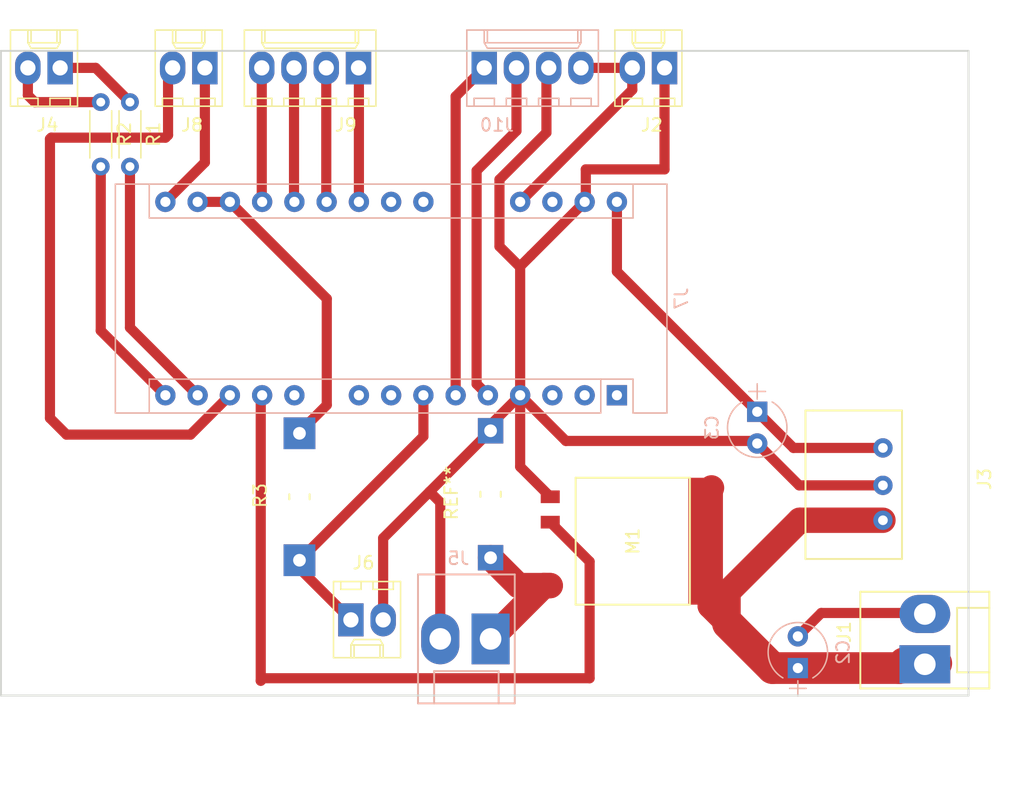
<source format=kicad_pcb>
(kicad_pcb (version 4) (host pcbnew 4.0.6)

  (general
    (links 35)
    (no_connects 9)
    (area 78.664999 86.284999 155.015001 137.235001)
    (thickness 1.6)
    (drawings 4)
    (tracks 106)
    (zones 0)
    (modules 17)
    (nets 18)
  )

  (page A4)
  (layers
    (0 F.Cu signal)
    (31 B.Cu signal)
    (32 B.Adhes user)
    (33 F.Adhes user)
    (34 B.Paste user)
    (35 F.Paste user)
    (36 B.SilkS user)
    (37 F.SilkS user)
    (38 B.Mask user)
    (39 F.Mask user)
    (40 Dwgs.User user)
    (41 Cmts.User user)
    (42 Eco1.User user)
    (43 Eco2.User user)
    (44 Edge.Cuts user)
    (45 Margin user)
    (46 B.CrtYd user)
    (47 F.CrtYd user)
    (48 B.Fab user)
    (49 F.Fab user)
  )

  (setup
    (last_trace_width 0.8)
    (trace_clearance 0)
    (zone_clearance 0.508)
    (zone_45_only no)
    (trace_min 0.2)
    (segment_width 0.2)
    (edge_width 0.15)
    (via_size 0.6)
    (via_drill 0.4)
    (via_min_size 0.4)
    (via_min_drill 0.3)
    (uvia_size 0.3)
    (uvia_drill 0.1)
    (uvias_allowed no)
    (uvia_min_size 0.2)
    (uvia_min_drill 0.1)
    (pcb_text_width 0.3)
    (pcb_text_size 1.5 1.5)
    (mod_edge_width 0.15)
    (mod_text_size 1 1)
    (mod_text_width 0.15)
    (pad_size 1.6 1.6)
    (pad_drill 0.8)
    (pad_to_mask_clearance 0.2)
    (aux_axis_origin 0 0)
    (visible_elements 7FFFFFFF)
    (pcbplotparams
      (layerselection 0x01000_00000001)
      (usegerberextensions false)
      (excludeedgelayer true)
      (linewidth 0.100000)
      (plotframeref false)
      (viasonmask false)
      (mode 1)
      (useauxorigin false)
      (hpglpennumber 1)
      (hpglpenspeed 20)
      (hpglpendiameter 15)
      (hpglpenoverlay 2)
      (psnegative false)
      (psa4output false)
      (plotreference false)
      (plotvalue false)
      (plotinvisibletext false)
      (padsonsilk false)
      (subtractmaskfromsilk false)
      (outputformat 1)
      (mirror false)
      (drillshape 0)
      (scaleselection 1)
      (outputdirectory ""))
  )

  (net 0 "")
  (net 1 GND)
  (net 2 "Net-(J7-PadA1)")
  (net 3 "Net-(J4-Pad1)")
  (net 4 "Net-(J4-Pad2)")
  (net 5 "Net-(J7-PadA3)")
  (net 6 +24V)
  (net 7 "Net-(J6-Pad1)")
  (net 8 "Net-(J7-PadA0)")
  (net 9 "Net-(J10-Pad1)")
  (net 10 "Net-(J7-PadA2)")
  (net 11 "Net-(J10-Pad2)")
  (net 12 "Net-(J7-PadD11)")
  (net 13 "Net-(J7-PadD12)")
  (net 14 "Net-(J7-Pad3.3V)")
  (net 15 +5V)
  (net 16 "Net-(J7-PadD4)")
  (net 17 "Net-(J7-PadA5)")

  (net_class Default "This is the default net class."
    (clearance 0)
    (trace_width 0.8)
    (via_dia 0.6)
    (via_drill 0.4)
    (uvia_dia 0.3)
    (uvia_drill 0.1)
    (add_net +24V)
    (add_net +5V)
    (add_net GND)
    (add_net "Net-(J10-Pad1)")
    (add_net "Net-(J10-Pad2)")
    (add_net "Net-(J4-Pad1)")
    (add_net "Net-(J4-Pad2)")
    (add_net "Net-(J6-Pad1)")
    (add_net "Net-(J7-Pad3.3V)")
    (add_net "Net-(J7-PadA0)")
    (add_net "Net-(J7-PadA1)")
    (add_net "Net-(J7-PadA2)")
    (add_net "Net-(J7-PadA3)")
    (add_net "Net-(J7-PadA5)")
    (add_net "Net-(J7-PadD11)")
    (add_net "Net-(J7-PadD12)")
    (add_net "Net-(J7-PadD4)")
  )

  (net_class +24V ""
    (clearance 0)
    (trace_width 1.5)
    (via_dia 0.6)
    (via_drill 0.4)
    (uvia_dia 0.3)
    (uvia_drill 0.1)
  )

  (module Resistors_Universal:Resistor_SMD+THTuniversal_0805to1206_RM10_HandSoldering (layer F.Cu) (tedit 5995A818) (tstamp 59931B19)
    (at 102.25 121.5 90)
    (descr "Resistor, SMD and THT, universal, 0805 to 1206,RM10,  Hand soldering,")
    (tags "Resistor, SMD and THT, universal, 0805 to 1206, RM10, Hand soldering,")
    (path /5991FC7B)
    (fp_text reference R3 (at 0.09906 -3.0988 90) (layer F.SilkS)
      (effects (font (size 1 1) (thickness 0.15)))
    )
    (fp_text value 50k (at -0.39878 4.20116 90) (layer F.Fab)
      (effects (font (size 1 1) (thickness 0.15)))
    )
    (fp_line (start 0 0.8001) (end 0.20066 0.8001) (layer F.SilkS) (width 0.15))
    (fp_line (start 0 0.8001) (end -0.20066 0.8001) (layer F.SilkS) (width 0.15))
    (fp_line (start -0.09906 -0.8001) (end -0.20066 -0.8001) (layer F.SilkS) (width 0.15))
    (fp_line (start -0.20066 -0.8001) (end 0.20066 -0.8001) (layer F.SilkS) (width 0.15))
    (pad 1 thru_hole rect (at -5.00126 0 270) (size 2.5 2.5) (drill 1.00076) (layers *.Cu *.Mask)
      (net 7 "Net-(J6-Pad1)"))
    (pad 2 thru_hole rect (at 5.00126 0 270) (size 2.5 2.5) (drill 1.00076) (layers *.Cu *.Mask)
      (net 14 "Net-(J7-Pad3.3V)"))
  )

  (module Resistors_Universal:Resistor_SMD+THTuniversal_0805to1206_RM10_HandSoldering (layer F.Cu) (tedit 5995A558) (tstamp 59CBF62A)
    (at 117.3 121.3 90)
    (descr "Resistor, SMD and THT, universal, 0805 to 1206,RM10,  Hand soldering,")
    (tags "Resistor, SMD and THT, universal, 0805 to 1206, RM10, Hand soldering,")
    (fp_text reference REF** (at 0.09906 -3.0988 90) (layer F.SilkS)
      (effects (font (size 1 1) (thickness 0.15)))
    )
    (fp_text value Resistor_SMD+THTuniversal_0805to1206_RM10_HandSoldering (at -0.39878 4.20116 90) (layer F.Fab)
      (effects (font (size 1 1) (thickness 0.15)))
    )
    (fp_line (start 0 0.8001) (end 0.20066 0.8001) (layer F.SilkS) (width 0.15))
    (fp_line (start 0 0.8001) (end -0.20066 0.8001) (layer F.SilkS) (width 0.15))
    (fp_line (start -0.09906 -0.8001) (end -0.20066 -0.8001) (layer F.SilkS) (width 0.15))
    (fp_line (start -0.20066 -0.8001) (end 0.20066 -0.8001) (layer F.SilkS) (width 0.15))
    (pad 1 thru_hole rect (at -5.00126 0 270) (size 1.99898 1.99898) (drill 1.00076) (layers *.Cu *.Mask)
      (net 6 +24V))
    (pad "" thru_hole rect (at 5.00126 0 270) (size 1.99898 1.99898) (drill 1.00076) (layers *.Cu *.Mask)
      (net 1 GND))
  )

  (module Modules:Arduino_Nano (layer B.Cu) (tedit 5995A81F) (tstamp 59931A9B)
    (at 127.25 113.5 90)
    (descr "Arduino Nano, http://www.mouser.com/pdfdocs/Gravitech_Arduino_Nano3_0.pdf")
    (tags "Arduino Nano")
    (path /5991E2A5)
    (fp_text reference J7 (at 7.62 5.08 90) (layer B.SilkS)
      (effects (font (size 1 1) (thickness 0.15)) (justify mirror))
    )
    (fp_text value "Arduino Micro" (at 8.89 -19.05 360) (layer B.Fab)
      (effects (font (size 1 1) (thickness 0.15)) (justify mirror))
    )
    (fp_text user %R (at 6.35 -19.05 360) (layer B.Fab)
      (effects (font (size 1 1) (thickness 0.15)) (justify mirror))
    )
    (fp_line (start 1.27 -1.27) (end 1.27 1.27) (layer B.SilkS) (width 0.12))
    (fp_line (start 1.27 1.27) (end -1.4 1.27) (layer B.SilkS) (width 0.12))
    (fp_line (start -1.4 -1.27) (end -1.4 -39.5) (layer B.SilkS) (width 0.12))
    (fp_line (start -1.4 3.94) (end -1.4 1.27) (layer B.SilkS) (width 0.12))
    (fp_line (start 13.97 1.27) (end 16.64 1.27) (layer B.SilkS) (width 0.12))
    (fp_line (start 13.97 1.27) (end 13.97 -36.83) (layer B.SilkS) (width 0.12))
    (fp_line (start 13.97 -36.83) (end 16.64 -36.83) (layer B.SilkS) (width 0.12))
    (fp_line (start 1.27 -1.27) (end -1.4 -1.27) (layer B.SilkS) (width 0.12))
    (fp_line (start 1.27 -1.27) (end 1.27 -36.83) (layer B.SilkS) (width 0.12))
    (fp_line (start 1.27 -36.83) (end -1.4 -36.83) (layer B.SilkS) (width 0.12))
    (fp_line (start 3.81 -31.75) (end 11.43 -31.75) (layer B.Fab) (width 0.1))
    (fp_line (start 11.43 -31.75) (end 11.43 -41.91) (layer B.Fab) (width 0.1))
    (fp_line (start 11.43 -41.91) (end 3.81 -41.91) (layer B.Fab) (width 0.1))
    (fp_line (start 3.81 -41.91) (end 3.81 -31.75) (layer B.Fab) (width 0.1))
    (fp_line (start -1.4 -39.5) (end 16.64 -39.5) (layer B.SilkS) (width 0.12))
    (fp_line (start 16.64 -39.5) (end 16.64 3.94) (layer B.SilkS) (width 0.12))
    (fp_line (start 16.64 3.94) (end -1.4 3.94) (layer B.SilkS) (width 0.12))
    (fp_line (start 16.51 -39.37) (end -1.27 -39.37) (layer B.Fab) (width 0.1))
    (fp_line (start -1.27 -39.37) (end -1.27 2.54) (layer B.Fab) (width 0.1))
    (fp_line (start -1.27 2.54) (end 0 3.81) (layer B.Fab) (width 0.1))
    (fp_line (start 0 3.81) (end 16.51 3.81) (layer B.Fab) (width 0.1))
    (fp_line (start 16.51 3.81) (end 16.51 -39.37) (layer B.Fab) (width 0.1))
    (fp_line (start -1.53 4.06) (end 16.75 4.06) (layer B.CrtYd) (width 0.05))
    (fp_line (start -1.53 4.06) (end -1.53 -42.16) (layer B.CrtYd) (width 0.05))
    (fp_line (start 16.75 -42.16) (end 16.75 4.06) (layer B.CrtYd) (width 0.05))
    (fp_line (start 16.75 -42.16) (end -1.53 -42.16) (layer B.CrtYd) (width 0.05))
    (pad TX thru_hole rect (at 0 0 90) (size 1.6 1.6) (drill 0.8) (layers *.Cu *.Mask))
    (pad 3.3V thru_hole oval (at 15.24 -33.02 90) (size 1.6 1.6) (drill 0.8) (layers *.Cu *.Mask)
      (net 14 "Net-(J7-Pad3.3V)"))
    (pad RX thru_hole oval (at 0 -2.54 90) (size 1.6 1.6) (drill 0.8) (layers *.Cu *.Mask))
    (pad AREF thru_hole oval (at 15.24 -30.48 90) (size 1.6 1.6) (drill 0.8) (layers *.Cu *.Mask)
      (net 14 "Net-(J7-Pad3.3V)"))
    (pad RS thru_hole oval (at 0 -5.08 90) (size 1.6 1.6) (drill 0.8) (layers *.Cu *.Mask))
    (pad A0 thru_hole oval (at 15.24 -27.94 90) (size 1.6 1.6) (drill 0.8) (layers *.Cu *.Mask)
      (net 8 "Net-(J7-PadA0)"))
    (pad GND thru_hole oval (at 0 -7.62 90) (size 1.6 1.6) (drill 0.8) (layers *.Cu *.Mask)
      (net 1 GND))
    (pad A1 thru_hole oval (at 15.24 -25.4 90) (size 1.6 1.6) (drill 0.8) (layers *.Cu *.Mask)
      (net 2 "Net-(J7-PadA1)"))
    (pad SDA thru_hole oval (at 0 -10.16 90) (size 1.6 1.6) (drill 0.8) (layers *.Cu *.Mask)
      (net 9 "Net-(J10-Pad1)"))
    (pad A2 thru_hole oval (at 15.24 -22.86 90) (size 1.6 1.6) (drill 0.8) (layers *.Cu *.Mask)
      (net 10 "Net-(J7-PadA2)"))
    (pad SCL thru_hole oval (at 0 -12.7 90) (size 1.6 1.6) (drill 0.8) (layers *.Cu *.Mask)
      (net 11 "Net-(J10-Pad2)"))
    (pad A3 thru_hole oval (at 15.24 -20.32 90) (size 1.6 1.6) (drill 0.8) (layers *.Cu *.Mask)
      (net 5 "Net-(J7-PadA3)"))
    (pad D4 thru_hole oval (at 0 -15.24 90) (size 1.6 1.6) (drill 0.8) (layers *.Cu *.Mask)
      (net 7 "Net-(J6-Pad1)"))
    (pad A4 thru_hole oval (at 15.24 -17.78 90) (size 1.6 1.6) (drill 0.8) (layers *.Cu *.Mask))
    (pad D5 thru_hole oval (at 0 -17.78 90) (size 1.6 1.6) (drill 0.8) (layers *.Cu *.Mask))
    (pad A5 thru_hole oval (at 15.24 -15.24 90) (size 1.6 1.6) (drill 0.8) (layers *.Cu *.Mask)
      (net 17 "Net-(J7-PadA5)"))
    (pad D6 thru_hole oval (at 0 -20.32 90) (size 1.6 1.6) (drill 0.8) (layers *.Cu *.Mask))
    (pad D8 thru_hole oval (at 0 -25.4 90) (size 1.6 1.6) (drill 0.8) (layers *.Cu *.Mask))
    (pad 5v thru_hole oval (at 15.24 -7.62 90) (size 1.6 1.6) (drill 0.8) (layers *.Cu *.Mask))
    (pad D9 thru_hole oval (at 0 -27.94 90) (size 1.6 1.6) (drill 0.8) (layers *.Cu *.Mask))
    (pad RS thru_hole oval (at 15.24 -5.08 90) (size 1.6 1.6) (drill 0.8) (layers *.Cu *.Mask))
    (pad D10 thru_hole oval (at 0 -30.48 90) (size 1.6 1.6) (drill 0.8) (layers *.Cu *.Mask))
    (pad GND thru_hole oval (at 15.24 -2.54 90) (size 1.6 1.6) (drill 0.8) (layers *.Cu *.Mask)
      (net 1 GND))
    (pad D11 thru_hole oval (at 0 -33.02 90) (size 1.6 1.6) (drill 0.8) (layers *.Cu *.Mask)
      (net 12 "Net-(J7-PadD11)"))
    (pad Vin thru_hole oval (at 15.24 0 90) (size 1.6 1.6) (drill 0.8) (layers *.Cu *.Mask)
      (net 15 +5V))
    (pad D12 thru_hole oval (at 0 -35.56 90) (size 1.6 1.6) (drill 0.8) (layers *.Cu *.Mask)
      (net 13 "Net-(J7-PadD12)"))
    (pad D13 thru_hole oval (at 15.24 -35.56 90) (size 1.6 1.6) (drill 0.8) (layers *.Cu *.Mask))
  )

  (module MyFootprints:VN750PT (layer F.Cu) (tedit 5995A4CC) (tstamp 59931AE3)
    (at 128 125 270)
    (path /5991F16C)
    (fp_text reference M1 (at 0 -0.5 270) (layer F.SilkS)
      (effects (font (size 1 1) (thickness 0.15)))
    )
    (fp_text value VN750PT (at 0 -2.54 270) (layer F.Fab)
      (effects (font (size 1 1) (thickness 0.15)))
    )
    (fp_line (start -5 4) (end 5 4) (layer F.SilkS) (width 0.15))
    (fp_line (start 5 4) (end 5 -5) (layer F.SilkS) (width 0.15))
    (fp_line (start 5 -5) (end -5 -5) (layer F.SilkS) (width 0.15))
    (fp_line (start -5 -5) (end -5 4) (layer F.SilkS) (width 0.15))
    (pad Vcc smd rect (at 0 -5.5 270) (size 10 1.25) (layers F.Cu F.Paste F.Mask)
      (net 6 +24V))
    (pad GND smd rect (at -3.5 6 270) (size 1 1.5) (layers F.Cu F.Paste F.Mask))
    (pad Inpu smd rect (at -1.5 6 270) (size 1 1.5) (layers F.Cu F.Paste F.Mask))
    (pad Vout smd rect (at 3.5 6 270) (size 1 1.5) (layers F.Cu F.Paste F.Mask)
      (net 6 +24V))
  )

  (module Connectors_Molex:Molex_KK-41791-02_02x3.96mm_Straight (layer F.Cu) (tedit 599339D7) (tstamp 59931A1D)
    (at 151.5 134.7 90)
    (descr "Connector Headers with Friction Lock, 26-60-4020, http://www.molex.com/pdm_docs/sd/026604020_sd.pdf")
    (tags "connector molex kk_41791 26-60-4020")
    (path /59920050)
    (fp_text reference J1 (at 2.54 -6.35 90) (layer F.SilkS)
      (effects (font (size 1 1) (thickness 0.15)))
    )
    (fp_text value Power (at 3.175 6.985 90) (layer F.Fab)
      (effects (font (size 1 1) (thickness 0.15)))
    )
    (fp_line (start -2.5 -5.75) (end 6.25 -5.75) (layer F.CrtYd) (width 0.05))
    (fp_line (start 6.25 -5.75) (end 6.25 5.75) (layer F.CrtYd) (width 0.05))
    (fp_line (start 6.25 5.75) (end -2.5 5.75) (layer F.CrtYd) (width 0.05))
    (fp_line (start -2.5 5.75) (end -2.5 -5.75) (layer F.CrtYd) (width 0.05))
    (fp_text user %R (at 1.905 0 90) (layer F.Fab)
      (effects (font (size 1 1) (thickness 0.15)))
    )
    (fp_line (start -2.032 -5.207) (end 5.842 -5.207) (layer F.Fab) (width 0.15))
    (fp_line (start 5.842 -5.207) (end 5.842 5.207) (layer F.Fab) (width 0.15))
    (fp_line (start 5.842 5.207) (end -2.032 5.207) (layer F.Fab) (width 0.15))
    (fp_line (start -2.032 5.207) (end -2.032 -5.207) (layer F.Fab) (width 0.15))
    (fp_line (start -0.635 5.08) (end -0.635 2.54) (layer F.SilkS) (width 0.15))
    (fp_line (start -0.635 2.54) (end 4.445 2.54) (layer F.SilkS) (width 0.15))
    (fp_line (start 4.445 2.54) (end 4.445 5.08) (layer F.SilkS) (width 0.15))
    (fp_line (start 5.715 5.08) (end -1.905 5.08) (layer F.SilkS) (width 0.15))
    (fp_line (start -1.905 5.08) (end -1.905 -5.08) (layer F.SilkS) (width 0.15))
    (fp_line (start -1.905 -5.08) (end 5.715 -5.08) (layer F.SilkS) (width 0.15))
    (fp_line (start 5.715 -5.08) (end 5.715 5.08) (layer F.SilkS) (width 0.15))
    (pad 1 thru_hole rect (at 0 0 90) (size 3 4) (drill 1.7) (layers *.Cu *.Mask)
      (net 6 +24V))
    (pad 2 thru_hole oval (at 3.9624 0 90) (size 3 4) (drill 1.7) (layers *.Cu *.Mask)
      (net 1 GND))
  )

  (module Connectors_Molex:Molex_KK-41791-02_02x3.96mm_Straight (layer B.Cu) (tedit 5995A4C3) (tstamp 59931A33)
    (at 117.3 132.7 180)
    (descr "Connector Headers with Friction Lock, 26-60-4020, http://www.molex.com/pdm_docs/sd/026604020_sd.pdf")
    (tags "connector molex kk_41791 26-60-4020")
    (path /59920556)
    (fp_text reference J5 (at 2.54 6.35 180) (layer B.SilkS)
      (effects (font (size 1 1) (thickness 0.15)) (justify mirror))
    )
    (fp_text value OtterPower (at 3.175 -6.985 180) (layer B.Fab)
      (effects (font (size 1 1) (thickness 0.15)) (justify mirror))
    )
    (fp_line (start -2.5 5.75) (end 6.25 5.75) (layer B.CrtYd) (width 0.05))
    (fp_line (start 6.25 5.75) (end 6.25 -5.75) (layer B.CrtYd) (width 0.05))
    (fp_line (start 6.25 -5.75) (end -2.5 -5.75) (layer B.CrtYd) (width 0.05))
    (fp_line (start -2.5 -5.75) (end -2.5 5.75) (layer B.CrtYd) (width 0.05))
    (fp_text user %R (at 1.905 0 180) (layer B.Fab)
      (effects (font (size 1 1) (thickness 0.15)) (justify mirror))
    )
    (fp_line (start -2.032 5.207) (end 5.842 5.207) (layer B.Fab) (width 0.15))
    (fp_line (start 5.842 5.207) (end 5.842 -5.207) (layer B.Fab) (width 0.15))
    (fp_line (start 5.842 -5.207) (end -2.032 -5.207) (layer B.Fab) (width 0.15))
    (fp_line (start -2.032 -5.207) (end -2.032 5.207) (layer B.Fab) (width 0.15))
    (fp_line (start -0.635 -5.08) (end -0.635 -2.54) (layer B.SilkS) (width 0.15))
    (fp_line (start -0.635 -2.54) (end 4.445 -2.54) (layer B.SilkS) (width 0.15))
    (fp_line (start 4.445 -2.54) (end 4.445 -5.08) (layer B.SilkS) (width 0.15))
    (fp_line (start 5.715 -5.08) (end -1.905 -5.08) (layer B.SilkS) (width 0.15))
    (fp_line (start -1.905 -5.08) (end -1.905 5.08) (layer B.SilkS) (width 0.15))
    (fp_line (start -1.905 5.08) (end 5.715 5.08) (layer B.SilkS) (width 0.15))
    (fp_line (start 5.715 5.08) (end 5.715 -5.08) (layer B.SilkS) (width 0.15))
    (pad 1 thru_hole rect (at 0 0 180) (size 3 4) (drill 1.7) (layers *.Cu *.Mask)
      (net 6 +24V))
    (pad 2 thru_hole oval (at 3.9624 0 180) (size 3 4) (drill 1.7) (layers *.Cu *.Mask)
      (net 1 GND))
  )

  (module Resistors_THT:R_Axial_DIN0204_L3.6mm_D1.6mm_P5.08mm_Horizontal (layer F.Cu) (tedit 5874F706) (tstamp 59931AF5)
    (at 88.9 90.4 270)
    (descr "Resistor, Axial_DIN0204 series, Axial, Horizontal, pin pitch=5.08mm, 0.16666666666666666W = 1/6W, length*diameter=3.6*1.6mm^2, http://cdn-reichelt.de/documents/datenblatt/B400/1_4W%23YAG.pdf")
    (tags "Resistor Axial_DIN0204 series Axial Horizontal pin pitch 5.08mm 0.16666666666666666W = 1/6W length 3.6mm diameter 1.6mm")
    (path /59923D52)
    (fp_text reference R1 (at 2.54 -1.86 270) (layer F.SilkS)
      (effects (font (size 1 1) (thickness 0.15)))
    )
    (fp_text value 330 (at 2.54 1.86 270) (layer F.Fab)
      (effects (font (size 1 1) (thickness 0.15)))
    )
    (fp_line (start 0.74 -0.8) (end 0.74 0.8) (layer F.Fab) (width 0.1))
    (fp_line (start 0.74 0.8) (end 4.34 0.8) (layer F.Fab) (width 0.1))
    (fp_line (start 4.34 0.8) (end 4.34 -0.8) (layer F.Fab) (width 0.1))
    (fp_line (start 4.34 -0.8) (end 0.74 -0.8) (layer F.Fab) (width 0.1))
    (fp_line (start 0 0) (end 0.74 0) (layer F.Fab) (width 0.1))
    (fp_line (start 5.08 0) (end 4.34 0) (layer F.Fab) (width 0.1))
    (fp_line (start 0.68 -0.86) (end 4.4 -0.86) (layer F.SilkS) (width 0.12))
    (fp_line (start 0.68 0.86) (end 4.4 0.86) (layer F.SilkS) (width 0.12))
    (fp_line (start -0.95 -1.15) (end -0.95 1.15) (layer F.CrtYd) (width 0.05))
    (fp_line (start -0.95 1.15) (end 6.05 1.15) (layer F.CrtYd) (width 0.05))
    (fp_line (start 6.05 1.15) (end 6.05 -1.15) (layer F.CrtYd) (width 0.05))
    (fp_line (start 6.05 -1.15) (end -0.95 -1.15) (layer F.CrtYd) (width 0.05))
    (pad 1 thru_hole circle (at 0 0 270) (size 1.4 1.4) (drill 0.7) (layers *.Cu *.Mask)
      (net 3 "Net-(J4-Pad1)"))
    (pad 2 thru_hole oval (at 5.08 0 270) (size 1.4 1.4) (drill 0.7) (layers *.Cu *.Mask)
      (net 12 "Net-(J7-PadD11)"))
    (model ${KISYS3DMOD}/Resistors_THT.3dshapes/R_Axial_DIN0204_L3.6mm_D1.6mm_P5.08mm_Horizontal.wrl
      (at (xyz 0 0 0))
      (scale (xyz 0.393701 0.393701 0.393701))
      (rotate (xyz 0 0 0))
    )
  )

  (module Resistors_THT:R_Axial_DIN0204_L3.6mm_D1.6mm_P5.08mm_Horizontal (layer F.Cu) (tedit 5874F706) (tstamp 59931B07)
    (at 86.6 90.4 270)
    (descr "Resistor, Axial_DIN0204 series, Axial, Horizontal, pin pitch=5.08mm, 0.16666666666666666W = 1/6W, length*diameter=3.6*1.6mm^2, http://cdn-reichelt.de/documents/datenblatt/B400/1_4W%23YAG.pdf")
    (tags "Resistor Axial_DIN0204 series Axial Horizontal pin pitch 5.08mm 0.16666666666666666W = 1/6W length 3.6mm diameter 1.6mm")
    (path /59923B77)
    (fp_text reference R2 (at 2.54 -1.86 270) (layer F.SilkS)
      (effects (font (size 1 1) (thickness 0.15)))
    )
    (fp_text value 330 (at 2.54 1.86 270) (layer F.Fab)
      (effects (font (size 1 1) (thickness 0.15)))
    )
    (fp_line (start 0.74 -0.8) (end 0.74 0.8) (layer F.Fab) (width 0.1))
    (fp_line (start 0.74 0.8) (end 4.34 0.8) (layer F.Fab) (width 0.1))
    (fp_line (start 4.34 0.8) (end 4.34 -0.8) (layer F.Fab) (width 0.1))
    (fp_line (start 4.34 -0.8) (end 0.74 -0.8) (layer F.Fab) (width 0.1))
    (fp_line (start 0 0) (end 0.74 0) (layer F.Fab) (width 0.1))
    (fp_line (start 5.08 0) (end 4.34 0) (layer F.Fab) (width 0.1))
    (fp_line (start 0.68 -0.86) (end 4.4 -0.86) (layer F.SilkS) (width 0.12))
    (fp_line (start 0.68 0.86) (end 4.4 0.86) (layer F.SilkS) (width 0.12))
    (fp_line (start -0.95 -1.15) (end -0.95 1.15) (layer F.CrtYd) (width 0.05))
    (fp_line (start -0.95 1.15) (end 6.05 1.15) (layer F.CrtYd) (width 0.05))
    (fp_line (start 6.05 1.15) (end 6.05 -1.15) (layer F.CrtYd) (width 0.05))
    (fp_line (start 6.05 -1.15) (end -0.95 -1.15) (layer F.CrtYd) (width 0.05))
    (pad 1 thru_hole circle (at 0 0 270) (size 1.4 1.4) (drill 0.7) (layers *.Cu *.Mask)
      (net 4 "Net-(J4-Pad2)"))
    (pad 2 thru_hole oval (at 5.08 0 270) (size 1.4 1.4) (drill 0.7) (layers *.Cu *.Mask)
      (net 13 "Net-(J7-PadD12)"))
    (model ${KISYS3DMOD}/Resistors_THT.3dshapes/R_Axial_DIN0204_L3.6mm_D1.6mm_P5.08mm_Horizontal.wrl
      (at (xyz 0 0 0))
      (scale (xyz 0.393701 0.393701 0.393701))
      (rotate (xyz 0 0 0))
    )
  )

  (module Capacitors_THT:CP_Radial_Tantal_D4.5mm_P2.50mm (layer B.Cu) (tedit 59959ED5) (tstamp 59931A07)
    (at 138.3 114.8 270)
    (descr "CP, Radial_Tantal series, Radial, pin pitch=2.50mm, , diameter=4.5mm, Tantal Electrolytic Capacitor, http://cdn-reichelt.de/documents/datenblatt/B300/TANTAL-TB-Serie%23.pdf")
    (tags "CP Radial_Tantal series Radial pin pitch 2.50mm  diameter 4.5mm Tantal Electrolytic Capacitor")
    (path /5993157A)
    (fp_text reference C3 (at 1.25 3.56 270) (layer B.SilkS)
      (effects (font (size 1 1) (thickness 0.15)) (justify mirror))
    )
    (fp_text value CP1 (at 1.25 -3.56 270) (layer B.Fab)
      (effects (font (size 1 1) (thickness 0.15)) (justify mirror))
    )
    (fp_arc (start 1.25 0) (end -0.770693 1.18) (angle -119.4) (layer B.SilkS) (width 0.12))
    (fp_arc (start 1.25 0) (end -0.770693 -1.18) (angle 119.4) (layer B.SilkS) (width 0.12))
    (fp_arc (start 1.25 0) (end 3.270693 1.18) (angle -60.6) (layer B.SilkS) (width 0.12))
    (fp_circle (center 1.25 0) (end 3.5 0) (layer B.Fab) (width 0.1))
    (fp_line (start -2.2 0) (end -1 0) (layer B.Fab) (width 0.1))
    (fp_line (start -1.6 0.65) (end -1.6 -0.65) (layer B.Fab) (width 0.1))
    (fp_line (start -2.2 0) (end -1 0) (layer B.SilkS) (width 0.12))
    (fp_line (start -1.6 0.65) (end -1.6 -0.65) (layer B.SilkS) (width 0.12))
    (fp_line (start -1.35 2.6) (end -1.35 -2.6) (layer B.CrtYd) (width 0.05))
    (fp_line (start -1.35 -2.6) (end 3.85 -2.6) (layer B.CrtYd) (width 0.05))
    (fp_line (start 3.85 -2.6) (end 3.85 2.6) (layer B.CrtYd) (width 0.05))
    (fp_line (start 3.85 2.6) (end -1.35 2.6) (layer B.CrtYd) (width 0.05))
    (fp_text user %R (at 1.25 0 270) (layer B.Fab)
      (effects (font (size 1 1) (thickness 0.15)) (justify mirror))
    )
    (pad + thru_hole rect (at 0 0 270) (size 1.6 1.6) (drill 0.8) (layers *.Cu *.Mask)
      (net 15 +5V))
    (pad 2 thru_hole circle (at 2.5 0 270) (size 1.6 1.6) (drill 0.8) (layers *.Cu *.Mask)
      (net 1 GND))
    (model ${KISYS3DMOD}/Capacitors_THT.3dshapes/CP_Radial_Tantal_D4.5mm_P2.50mm.wrl
      (at (xyz 0 0 0))
      (scale (xyz 1 1 1))
      (rotate (xyz 0 0 0))
    )
  )

  (module Capacitors_THT:CP_Radial_Tantal_D4.5mm_P2.50mm (layer B.Cu) (tedit 59933CDC) (tstamp 59931939)
    (at 141.5 135 90)
    (descr "CP, Radial_Tantal series, Radial, pin pitch=2.50mm, , diameter=4.5mm, Tantal Electrolytic Capacitor, http://cdn-reichelt.de/documents/datenblatt/B300/TANTAL-TB-Serie%23.pdf")
    (tags "CP Radial_Tantal series Radial pin pitch 2.50mm  diameter 4.5mm Tantal Electrolytic Capacitor")
    (path /5993144A)
    (fp_text reference C2 (at 1.25 3.56 90) (layer B.SilkS)
      (effects (font (size 1 1) (thickness 0.15)) (justify mirror))
    )
    (fp_text value CP1 (at 1.25 -3.56 90) (layer B.Fab)
      (effects (font (size 1 1) (thickness 0.15)) (justify mirror))
    )
    (fp_arc (start 1.25 0) (end -0.770693 1.18) (angle -119.4) (layer B.SilkS) (width 0.12))
    (fp_arc (start 1.25 0) (end -0.770693 -1.18) (angle 119.4) (layer B.SilkS) (width 0.12))
    (fp_arc (start 1.25 0) (end 3.270693 1.18) (angle -60.6) (layer B.SilkS) (width 0.12))
    (fp_circle (center 1.25 0) (end 3.5 0) (layer B.Fab) (width 0.1))
    (fp_line (start -2.2 0) (end -1 0) (layer B.Fab) (width 0.1))
    (fp_line (start -1.6 0.65) (end -1.6 -0.65) (layer B.Fab) (width 0.1))
    (fp_line (start -2.2 0) (end -1 0) (layer B.SilkS) (width 0.12))
    (fp_line (start -1.6 0.65) (end -1.6 -0.65) (layer B.SilkS) (width 0.12))
    (fp_line (start -1.35 2.6) (end -1.35 -2.6) (layer B.CrtYd) (width 0.05))
    (fp_line (start -1.35 -2.6) (end 3.85 -2.6) (layer B.CrtYd) (width 0.05))
    (fp_line (start 3.85 -2.6) (end 3.85 2.6) (layer B.CrtYd) (width 0.05))
    (fp_line (start 3.85 2.6) (end -1.35 2.6) (layer B.CrtYd) (width 0.05))
    (fp_text user %R (at 0.67 -0.65 90) (layer B.Fab)
      (effects (font (size 1 1) (thickness 0.15)) (justify mirror))
    )
    (pad 1 thru_hole rect (at 0 0 90) (size 1.6 1.6) (drill 0.8) (layers *.Cu *.Mask)
      (net 6 +24V))
    (pad 2 thru_hole circle (at 2.5 0 90) (size 1.6 1.6) (drill 0.8) (layers *.Cu *.Mask)
      (net 1 GND))
    (model ${KISYS3DMOD}/Capacitors_THT.3dshapes/CP_Radial_Tantal_D4.5mm_P2.50mm.wrl
      (at (xyz 0 0 0))
      (scale (xyz 1 1 1))
      (rotate (xyz 0 0 0))
    )
  )

  (module Connectors_Molex:Molex_KK-6410-02_02x2.54mm_Straight (layer F.Cu) (tedit 58EE6EE4) (tstamp 599346AB)
    (at 131 87.7 180)
    (descr "Connector Headers with Friction Lock, 22-27-2021, http://www.molex.com/pdm_docs/sd/022272021_sd.pdf")
    (tags "connector molex kk_6410 22-27-2021")
    (path /59936CE5)
    (fp_text reference J2 (at 1 -4.5 180) (layer F.SilkS)
      (effects (font (size 1 1) (thickness 0.15)))
    )
    (fp_text value "GND 5V Connector" (at 1.27 4.5 180) (layer F.Fab)
      (effects (font (size 1 1) (thickness 0.15)))
    )
    (fp_line (start -1.47 -3.12) (end -1.47 3.08) (layer F.Fab) (width 0.12))
    (fp_line (start -1.47 3.08) (end 4.01 3.08) (layer F.Fab) (width 0.12))
    (fp_line (start 4.01 3.08) (end 4.01 -3.12) (layer F.Fab) (width 0.12))
    (fp_line (start 4.01 -3.12) (end -1.47 -3.12) (layer F.Fab) (width 0.12))
    (fp_line (start -1.37 -3.02) (end -1.37 2.98) (layer F.SilkS) (width 0.12))
    (fp_line (start -1.37 2.98) (end 3.91 2.98) (layer F.SilkS) (width 0.12))
    (fp_line (start 3.91 2.98) (end 3.91 -3.02) (layer F.SilkS) (width 0.12))
    (fp_line (start 3.91 -3.02) (end -1.37 -3.02) (layer F.SilkS) (width 0.12))
    (fp_line (start 0 2.98) (end 0 1.98) (layer F.SilkS) (width 0.12))
    (fp_line (start 0 1.98) (end 2.54 1.98) (layer F.SilkS) (width 0.12))
    (fp_line (start 2.54 1.98) (end 2.54 2.98) (layer F.SilkS) (width 0.12))
    (fp_line (start 0 1.98) (end 0.25 1.55) (layer F.SilkS) (width 0.12))
    (fp_line (start 0.25 1.55) (end 2.29 1.55) (layer F.SilkS) (width 0.12))
    (fp_line (start 2.29 1.55) (end 2.54 1.98) (layer F.SilkS) (width 0.12))
    (fp_line (start 0.25 2.98) (end 0.25 1.98) (layer F.SilkS) (width 0.12))
    (fp_line (start 2.29 2.98) (end 2.29 1.98) (layer F.SilkS) (width 0.12))
    (fp_line (start -0.8 -3.02) (end -0.8 -2.4) (layer F.SilkS) (width 0.12))
    (fp_line (start -0.8 -2.4) (end 0.8 -2.4) (layer F.SilkS) (width 0.12))
    (fp_line (start 0.8 -2.4) (end 0.8 -3.02) (layer F.SilkS) (width 0.12))
    (fp_line (start 1.74 -3.02) (end 1.74 -2.4) (layer F.SilkS) (width 0.12))
    (fp_line (start 1.74 -2.4) (end 3.34 -2.4) (layer F.SilkS) (width 0.12))
    (fp_line (start 3.34 -2.4) (end 3.34 -3.02) (layer F.SilkS) (width 0.12))
    (fp_line (start -1.9 3.5) (end -1.9 -3.55) (layer F.CrtYd) (width 0.05))
    (fp_line (start -1.9 -3.55) (end 4.45 -3.55) (layer F.CrtYd) (width 0.05))
    (fp_line (start 4.45 -3.55) (end 4.45 3.5) (layer F.CrtYd) (width 0.05))
    (fp_line (start 4.45 3.5) (end -1.9 3.5) (layer F.CrtYd) (width 0.05))
    (fp_text user %R (at 1.27 0 180) (layer F.Fab)
      (effects (font (size 1 1) (thickness 0.15)))
    )
    (pad 1 thru_hole rect (at 0 0 180) (size 2 2.6) (drill 1.2) (layers *.Cu *.Mask)
      (net 1 GND))
    (pad 2 thru_hole oval (at 2.54 0 180) (size 2 2.6) (drill 1.2) (layers *.Cu *.Mask)
      (net 15 +5V))
    (model ${KISYS3DMOD}/Connectors_Molex.3dshapes/Molex_KK-6410-02_02x2.54mm_Straight.wrl
      (at (xyz 0 0 0))
      (scale (xyz 1 1 1))
      (rotate (xyz 0 0 0))
    )
  )

  (module Connectors_Molex:Molex_KK-6410-04_04x2.54mm_Straight (layer B.Cu) (tedit 59959D59) (tstamp 599346DC)
    (at 116.8 87.7)
    (descr "Connector Headers with Friction Lock, 22-27-2041, http://www.molex.com/pdm_docs/sd/022272021_sd.pdf")
    (tags "connector molex kk_6410 22-27-2041")
    (path /599249A4)
    (fp_text reference J10 (at 1 4.5) (layer B.SilkS)
      (effects (font (size 1 1) (thickness 0.15)) (justify mirror))
    )
    (fp_text value 7-Seg (at 3.81 -4.5) (layer B.Fab)
      (effects (font (size 1 1) (thickness 0.15)) (justify mirror))
    )
    (fp_line (start -1.47 3.12) (end -1.47 -3.08) (layer B.Fab) (width 0.12))
    (fp_line (start -1.47 -3.08) (end 9.09 -3.08) (layer B.Fab) (width 0.12))
    (fp_line (start 9.09 -3.08) (end 9.09 3.12) (layer B.Fab) (width 0.12))
    (fp_line (start 9.09 3.12) (end -1.47 3.12) (layer B.Fab) (width 0.12))
    (fp_line (start -1.37 3.02) (end -1.37 -2.98) (layer B.SilkS) (width 0.12))
    (fp_line (start -1.37 -2.98) (end 8.99 -2.98) (layer B.SilkS) (width 0.12))
    (fp_line (start 8.99 -2.98) (end 8.99 3.02) (layer B.SilkS) (width 0.12))
    (fp_line (start 8.99 3.02) (end -1.37 3.02) (layer B.SilkS) (width 0.12))
    (fp_line (start 0 -2.98) (end 0 -1.98) (layer B.SilkS) (width 0.12))
    (fp_line (start 0 -1.98) (end 7.62 -1.98) (layer B.SilkS) (width 0.12))
    (fp_line (start 7.62 -1.98) (end 7.62 -2.98) (layer B.SilkS) (width 0.12))
    (fp_line (start 0 -1.98) (end 0.25 -1.55) (layer B.SilkS) (width 0.12))
    (fp_line (start 0.25 -1.55) (end 7.37 -1.55) (layer B.SilkS) (width 0.12))
    (fp_line (start 7.37 -1.55) (end 7.62 -1.98) (layer B.SilkS) (width 0.12))
    (fp_line (start 0.25 -2.98) (end 0.25 -1.98) (layer B.SilkS) (width 0.12))
    (fp_line (start 7.37 -2.98) (end 7.37 -1.98) (layer B.SilkS) (width 0.12))
    (fp_line (start -0.8 3.02) (end -0.8 2.4) (layer B.SilkS) (width 0.12))
    (fp_line (start -0.8 2.4) (end 0.8 2.4) (layer B.SilkS) (width 0.12))
    (fp_line (start 0.8 2.4) (end 0.8 3.02) (layer B.SilkS) (width 0.12))
    (fp_line (start 1.74 3.02) (end 1.74 2.4) (layer B.SilkS) (width 0.12))
    (fp_line (start 1.74 2.4) (end 3.34 2.4) (layer B.SilkS) (width 0.12))
    (fp_line (start 3.34 2.4) (end 3.34 3.02) (layer B.SilkS) (width 0.12))
    (fp_line (start 4.28 3.02) (end 4.28 2.4) (layer B.SilkS) (width 0.12))
    (fp_line (start 4.28 2.4) (end 5.88 2.4) (layer B.SilkS) (width 0.12))
    (fp_line (start 5.88 2.4) (end 5.88 3.02) (layer B.SilkS) (width 0.12))
    (fp_line (start 6.82 3.02) (end 6.82 2.4) (layer B.SilkS) (width 0.12))
    (fp_line (start 6.82 2.4) (end 8.42 2.4) (layer B.SilkS) (width 0.12))
    (fp_line (start 8.42 2.4) (end 8.42 3.02) (layer B.SilkS) (width 0.12))
    (fp_line (start -1.9 -3.5) (end -1.9 3.55) (layer B.CrtYd) (width 0.05))
    (fp_line (start -1.9 3.55) (end 9.5 3.55) (layer B.CrtYd) (width 0.05))
    (fp_line (start 9.5 3.55) (end 9.5 -3.5) (layer B.CrtYd) (width 0.05))
    (fp_line (start 9.5 -3.5) (end -1.9 -3.5) (layer B.CrtYd) (width 0.05))
    (fp_text user %R (at 3.81 0) (layer B.Fab)
      (effects (font (size 1 1) (thickness 0.15)) (justify mirror))
    )
    (pad 1 thru_hole rect (at 0 0) (size 2 2.6) (drill 1.2) (layers *.Cu *.Mask)
      (net 9 "Net-(J10-Pad1)"))
    (pad 2 thru_hole oval (at 2.54 0) (size 2 2.6) (drill 1.2) (layers *.Cu *.Mask)
      (net 11 "Net-(J10-Pad2)"))
    (pad 3 thru_hole oval (at 5.08 0) (size 2 2.6) (drill 1.2) (layers *.Cu *.Mask)
      (net 1 GND))
    (pad 4 thru_hole oval (at 7.62 0) (size 2 2.6) (drill 1.2) (layers *.Cu *.Mask)
      (net 15 +5V))
    (model ${KISYS3DMOD}/Connectors_Molex.3dshapes/Molex_KK-6410-04_04x2.54mm_Straight.wrl
      (at (xyz 0 0 0))
      (scale (xyz 1 1 1))
      (rotate (xyz 0 0 0))
    )
  )

  (module Connectors_Molex:Molex_KK-6410-04_04x2.54mm_Straight (layer F.Cu) (tedit 58EE6EE8) (tstamp 59931AD1)
    (at 106.9 87.7 180)
    (descr "Connector Headers with Friction Lock, 22-27-2041, http://www.molex.com/pdm_docs/sd/022272021_sd.pdf")
    (tags "connector molex kk_6410 22-27-2041")
    (path /59922939)
    (fp_text reference J9 (at 1 -4.5 180) (layer F.SilkS)
      (effects (font (size 1 1) (thickness 0.15)))
    )
    (fp_text value "Dome Switches" (at 3.81 4.5 180) (layer F.Fab)
      (effects (font (size 1 1) (thickness 0.15)))
    )
    (fp_line (start -1.47 -3.12) (end -1.47 3.08) (layer F.Fab) (width 0.12))
    (fp_line (start -1.47 3.08) (end 9.09 3.08) (layer F.Fab) (width 0.12))
    (fp_line (start 9.09 3.08) (end 9.09 -3.12) (layer F.Fab) (width 0.12))
    (fp_line (start 9.09 -3.12) (end -1.47 -3.12) (layer F.Fab) (width 0.12))
    (fp_line (start -1.37 -3.02) (end -1.37 2.98) (layer F.SilkS) (width 0.12))
    (fp_line (start -1.37 2.98) (end 8.99 2.98) (layer F.SilkS) (width 0.12))
    (fp_line (start 8.99 2.98) (end 8.99 -3.02) (layer F.SilkS) (width 0.12))
    (fp_line (start 8.99 -3.02) (end -1.37 -3.02) (layer F.SilkS) (width 0.12))
    (fp_line (start 0 2.98) (end 0 1.98) (layer F.SilkS) (width 0.12))
    (fp_line (start 0 1.98) (end 7.62 1.98) (layer F.SilkS) (width 0.12))
    (fp_line (start 7.62 1.98) (end 7.62 2.98) (layer F.SilkS) (width 0.12))
    (fp_line (start 0 1.98) (end 0.25 1.55) (layer F.SilkS) (width 0.12))
    (fp_line (start 0.25 1.55) (end 7.37 1.55) (layer F.SilkS) (width 0.12))
    (fp_line (start 7.37 1.55) (end 7.62 1.98) (layer F.SilkS) (width 0.12))
    (fp_line (start 0.25 2.98) (end 0.25 1.98) (layer F.SilkS) (width 0.12))
    (fp_line (start 7.37 2.98) (end 7.37 1.98) (layer F.SilkS) (width 0.12))
    (fp_line (start -0.8 -3.02) (end -0.8 -2.4) (layer F.SilkS) (width 0.12))
    (fp_line (start -0.8 -2.4) (end 0.8 -2.4) (layer F.SilkS) (width 0.12))
    (fp_line (start 0.8 -2.4) (end 0.8 -3.02) (layer F.SilkS) (width 0.12))
    (fp_line (start 1.74 -3.02) (end 1.74 -2.4) (layer F.SilkS) (width 0.12))
    (fp_line (start 1.74 -2.4) (end 3.34 -2.4) (layer F.SilkS) (width 0.12))
    (fp_line (start 3.34 -2.4) (end 3.34 -3.02) (layer F.SilkS) (width 0.12))
    (fp_line (start 4.28 -3.02) (end 4.28 -2.4) (layer F.SilkS) (width 0.12))
    (fp_line (start 4.28 -2.4) (end 5.88 -2.4) (layer F.SilkS) (width 0.12))
    (fp_line (start 5.88 -2.4) (end 5.88 -3.02) (layer F.SilkS) (width 0.12))
    (fp_line (start 6.82 -3.02) (end 6.82 -2.4) (layer F.SilkS) (width 0.12))
    (fp_line (start 6.82 -2.4) (end 8.42 -2.4) (layer F.SilkS) (width 0.12))
    (fp_line (start 8.42 -2.4) (end 8.42 -3.02) (layer F.SilkS) (width 0.12))
    (fp_line (start -1.9 3.5) (end -1.9 -3.55) (layer F.CrtYd) (width 0.05))
    (fp_line (start -1.9 -3.55) (end 9.5 -3.55) (layer F.CrtYd) (width 0.05))
    (fp_line (start 9.5 -3.55) (end 9.5 3.5) (layer F.CrtYd) (width 0.05))
    (fp_line (start 9.5 3.5) (end -1.9 3.5) (layer F.CrtYd) (width 0.05))
    (fp_text user %R (at 3.81 0 180) (layer F.Fab)
      (effects (font (size 1 1) (thickness 0.15)))
    )
    (pad 1 thru_hole rect (at 0 0 180) (size 2 2.6) (drill 1.2) (layers *.Cu *.Mask)
      (net 5 "Net-(J7-PadA3)"))
    (pad 2 thru_hole oval (at 2.54 0 180) (size 2 2.6) (drill 1.2) (layers *.Cu *.Mask)
      (net 10 "Net-(J7-PadA2)"))
    (pad 3 thru_hole oval (at 5.08 0 180) (size 2 2.6) (drill 1.2) (layers *.Cu *.Mask)
      (net 2 "Net-(J7-PadA1)"))
    (pad 4 thru_hole oval (at 7.62 0 180) (size 2 2.6) (drill 1.2) (layers *.Cu *.Mask)
      (net 8 "Net-(J7-PadA0)"))
    (model ${KISYS3DMOD}/Connectors_Molex.3dshapes/Molex_KK-6410-04_04x2.54mm_Straight.wrl
      (at (xyz 0 0 0))
      (scale (xyz 1 1 1))
      (rotate (xyz 0 0 0))
    )
  )

  (module Connectors_Molex:Molex_KK-6410-02_02x2.54mm_Straight (layer F.Cu) (tedit 58EE6EE4) (tstamp 59957DC8)
    (at 94.8 87.7 180)
    (descr "Connector Headers with Friction Lock, 22-27-2021, http://www.molex.com/pdm_docs/sd/022272021_sd.pdf")
    (tags "connector molex kk_6410 22-27-2021")
    (path /599471D6)
    (fp_text reference J8 (at 1 -4.5 180) (layer F.SilkS)
      (effects (font (size 1 1) (thickness 0.15)))
    )
    (fp_text value "Buzzer Connector" (at 1.27 4.5 180) (layer F.Fab)
      (effects (font (size 1 1) (thickness 0.15)))
    )
    (fp_line (start -1.47 -3.12) (end -1.47 3.08) (layer F.Fab) (width 0.12))
    (fp_line (start -1.47 3.08) (end 4.01 3.08) (layer F.Fab) (width 0.12))
    (fp_line (start 4.01 3.08) (end 4.01 -3.12) (layer F.Fab) (width 0.12))
    (fp_line (start 4.01 -3.12) (end -1.47 -3.12) (layer F.Fab) (width 0.12))
    (fp_line (start -1.37 -3.02) (end -1.37 2.98) (layer F.SilkS) (width 0.12))
    (fp_line (start -1.37 2.98) (end 3.91 2.98) (layer F.SilkS) (width 0.12))
    (fp_line (start 3.91 2.98) (end 3.91 -3.02) (layer F.SilkS) (width 0.12))
    (fp_line (start 3.91 -3.02) (end -1.37 -3.02) (layer F.SilkS) (width 0.12))
    (fp_line (start 0 2.98) (end 0 1.98) (layer F.SilkS) (width 0.12))
    (fp_line (start 0 1.98) (end 2.54 1.98) (layer F.SilkS) (width 0.12))
    (fp_line (start 2.54 1.98) (end 2.54 2.98) (layer F.SilkS) (width 0.12))
    (fp_line (start 0 1.98) (end 0.25 1.55) (layer F.SilkS) (width 0.12))
    (fp_line (start 0.25 1.55) (end 2.29 1.55) (layer F.SilkS) (width 0.12))
    (fp_line (start 2.29 1.55) (end 2.54 1.98) (layer F.SilkS) (width 0.12))
    (fp_line (start 0.25 2.98) (end 0.25 1.98) (layer F.SilkS) (width 0.12))
    (fp_line (start 2.29 2.98) (end 2.29 1.98) (layer F.SilkS) (width 0.12))
    (fp_line (start -0.8 -3.02) (end -0.8 -2.4) (layer F.SilkS) (width 0.12))
    (fp_line (start -0.8 -2.4) (end 0.8 -2.4) (layer F.SilkS) (width 0.12))
    (fp_line (start 0.8 -2.4) (end 0.8 -3.02) (layer F.SilkS) (width 0.12))
    (fp_line (start 1.74 -3.02) (end 1.74 -2.4) (layer F.SilkS) (width 0.12))
    (fp_line (start 1.74 -2.4) (end 3.34 -2.4) (layer F.SilkS) (width 0.12))
    (fp_line (start 3.34 -2.4) (end 3.34 -3.02) (layer F.SilkS) (width 0.12))
    (fp_line (start -1.9 3.5) (end -1.9 -3.55) (layer F.CrtYd) (width 0.05))
    (fp_line (start -1.9 -3.55) (end 4.45 -3.55) (layer F.CrtYd) (width 0.05))
    (fp_line (start 4.45 -3.55) (end 4.45 3.5) (layer F.CrtYd) (width 0.05))
    (fp_line (start 4.45 3.5) (end -1.9 3.5) (layer F.CrtYd) (width 0.05))
    (fp_text user %R (at 1.27 0 180) (layer F.Fab)
      (effects (font (size 1 1) (thickness 0.15)))
    )
    (pad 1 thru_hole rect (at 0 0 180) (size 2 2.6) (drill 1.2) (layers *.Cu *.Mask)
      (net 17 "Net-(J7-PadA5)"))
    (pad 2 thru_hole oval (at 2.54 0 180) (size 2 2.6) (drill 1.2) (layers *.Cu *.Mask)
      (net 16 "Net-(J7-PadD4)"))
    (model ${KISYS3DMOD}/Connectors_Molex.3dshapes/Molex_KK-6410-02_02x2.54mm_Straight.wrl
      (at (xyz 0 0 0))
      (scale (xyz 1 1 1))
      (rotate (xyz 0 0 0))
    )
  )

  (module Connectors_Molex:Molex_KK-6410-02_02x2.54mm_Straight (layer F.Cu) (tedit 58EE6EE4) (tstamp 59933DD9)
    (at 83.4 87.7 180)
    (descr "Connector Headers with Friction Lock, 22-27-2021, http://www.molex.com/pdm_docs/sd/022272021_sd.pdf")
    (tags "connector molex kk_6410 22-27-2021")
    (path /59923B14)
    (fp_text reference J4 (at 1 -4.5 180) (layer F.SilkS)
      (effects (font (size 1 1) (thickness 0.15)))
    )
    (fp_text value LEDS (at 1.27 4.5 180) (layer F.Fab)
      (effects (font (size 1 1) (thickness 0.15)))
    )
    (fp_line (start -1.47 -3.12) (end -1.47 3.08) (layer F.Fab) (width 0.12))
    (fp_line (start -1.47 3.08) (end 4.01 3.08) (layer F.Fab) (width 0.12))
    (fp_line (start 4.01 3.08) (end 4.01 -3.12) (layer F.Fab) (width 0.12))
    (fp_line (start 4.01 -3.12) (end -1.47 -3.12) (layer F.Fab) (width 0.12))
    (fp_line (start -1.37 -3.02) (end -1.37 2.98) (layer F.SilkS) (width 0.12))
    (fp_line (start -1.37 2.98) (end 3.91 2.98) (layer F.SilkS) (width 0.12))
    (fp_line (start 3.91 2.98) (end 3.91 -3.02) (layer F.SilkS) (width 0.12))
    (fp_line (start 3.91 -3.02) (end -1.37 -3.02) (layer F.SilkS) (width 0.12))
    (fp_line (start 0 2.98) (end 0 1.98) (layer F.SilkS) (width 0.12))
    (fp_line (start 0 1.98) (end 2.54 1.98) (layer F.SilkS) (width 0.12))
    (fp_line (start 2.54 1.98) (end 2.54 2.98) (layer F.SilkS) (width 0.12))
    (fp_line (start 0 1.98) (end 0.25 1.55) (layer F.SilkS) (width 0.12))
    (fp_line (start 0.25 1.55) (end 2.29 1.55) (layer F.SilkS) (width 0.12))
    (fp_line (start 2.29 1.55) (end 2.54 1.98) (layer F.SilkS) (width 0.12))
    (fp_line (start 0.25 2.98) (end 0.25 1.98) (layer F.SilkS) (width 0.12))
    (fp_line (start 2.29 2.98) (end 2.29 1.98) (layer F.SilkS) (width 0.12))
    (fp_line (start -0.8 -3.02) (end -0.8 -2.4) (layer F.SilkS) (width 0.12))
    (fp_line (start -0.8 -2.4) (end 0.8 -2.4) (layer F.SilkS) (width 0.12))
    (fp_line (start 0.8 -2.4) (end 0.8 -3.02) (layer F.SilkS) (width 0.12))
    (fp_line (start 1.74 -3.02) (end 1.74 -2.4) (layer F.SilkS) (width 0.12))
    (fp_line (start 1.74 -2.4) (end 3.34 -2.4) (layer F.SilkS) (width 0.12))
    (fp_line (start 3.34 -2.4) (end 3.34 -3.02) (layer F.SilkS) (width 0.12))
    (fp_line (start -1.9 3.5) (end -1.9 -3.55) (layer F.CrtYd) (width 0.05))
    (fp_line (start -1.9 -3.55) (end 4.45 -3.55) (layer F.CrtYd) (width 0.05))
    (fp_line (start 4.45 -3.55) (end 4.45 3.5) (layer F.CrtYd) (width 0.05))
    (fp_line (start 4.45 3.5) (end -1.9 3.5) (layer F.CrtYd) (width 0.05))
    (fp_text user %R (at 1.27 0 180) (layer F.Fab)
      (effects (font (size 1 1) (thickness 0.15)))
    )
    (pad 1 thru_hole rect (at 0 0 180) (size 2 2.6) (drill 1.2) (layers *.Cu *.Mask)
      (net 3 "Net-(J4-Pad1)"))
    (pad 2 thru_hole oval (at 2.54 0 180) (size 2 2.6) (drill 1.2) (layers *.Cu *.Mask)
      (net 4 "Net-(J4-Pad2)"))
    (model ${KISYS3DMOD}/Connectors_Molex.3dshapes/Molex_KK-6410-02_02x2.54mm_Straight.wrl
      (at (xyz 0 0 0))
      (scale (xyz 1 1 1))
      (rotate (xyz 0 0 0))
    )
  )

  (module Connectors_Molex:Molex_KK-6410-02_02x2.54mm_Straight (layer F.Cu) (tedit 58EE6EE4) (tstamp 59931A5A)
    (at 106.3 131.2)
    (descr "Connector Headers with Friction Lock, 22-27-2021, http://www.molex.com/pdm_docs/sd/022272021_sd.pdf")
    (tags "connector molex kk_6410 22-27-2021")
    (path /599218C4)
    (fp_text reference J6 (at 1 -4.5) (layer F.SilkS)
      (effects (font (size 1 1) (thickness 0.15)))
    )
    (fp_text value "Thermistor Connector" (at 1.27 4.5) (layer F.Fab)
      (effects (font (size 1 1) (thickness 0.15)))
    )
    (fp_line (start -1.47 -3.12) (end -1.47 3.08) (layer F.Fab) (width 0.12))
    (fp_line (start -1.47 3.08) (end 4.01 3.08) (layer F.Fab) (width 0.12))
    (fp_line (start 4.01 3.08) (end 4.01 -3.12) (layer F.Fab) (width 0.12))
    (fp_line (start 4.01 -3.12) (end -1.47 -3.12) (layer F.Fab) (width 0.12))
    (fp_line (start -1.37 -3.02) (end -1.37 2.98) (layer F.SilkS) (width 0.12))
    (fp_line (start -1.37 2.98) (end 3.91 2.98) (layer F.SilkS) (width 0.12))
    (fp_line (start 3.91 2.98) (end 3.91 -3.02) (layer F.SilkS) (width 0.12))
    (fp_line (start 3.91 -3.02) (end -1.37 -3.02) (layer F.SilkS) (width 0.12))
    (fp_line (start 0 2.98) (end 0 1.98) (layer F.SilkS) (width 0.12))
    (fp_line (start 0 1.98) (end 2.54 1.98) (layer F.SilkS) (width 0.12))
    (fp_line (start 2.54 1.98) (end 2.54 2.98) (layer F.SilkS) (width 0.12))
    (fp_line (start 0 1.98) (end 0.25 1.55) (layer F.SilkS) (width 0.12))
    (fp_line (start 0.25 1.55) (end 2.29 1.55) (layer F.SilkS) (width 0.12))
    (fp_line (start 2.29 1.55) (end 2.54 1.98) (layer F.SilkS) (width 0.12))
    (fp_line (start 0.25 2.98) (end 0.25 1.98) (layer F.SilkS) (width 0.12))
    (fp_line (start 2.29 2.98) (end 2.29 1.98) (layer F.SilkS) (width 0.12))
    (fp_line (start -0.8 -3.02) (end -0.8 -2.4) (layer F.SilkS) (width 0.12))
    (fp_line (start -0.8 -2.4) (end 0.8 -2.4) (layer F.SilkS) (width 0.12))
    (fp_line (start 0.8 -2.4) (end 0.8 -3.02) (layer F.SilkS) (width 0.12))
    (fp_line (start 1.74 -3.02) (end 1.74 -2.4) (layer F.SilkS) (width 0.12))
    (fp_line (start 1.74 -2.4) (end 3.34 -2.4) (layer F.SilkS) (width 0.12))
    (fp_line (start 3.34 -2.4) (end 3.34 -3.02) (layer F.SilkS) (width 0.12))
    (fp_line (start -1.9 3.5) (end -1.9 -3.55) (layer F.CrtYd) (width 0.05))
    (fp_line (start -1.9 -3.55) (end 4.45 -3.55) (layer F.CrtYd) (width 0.05))
    (fp_line (start 4.45 -3.55) (end 4.45 3.5) (layer F.CrtYd) (width 0.05))
    (fp_line (start 4.45 3.5) (end -1.9 3.5) (layer F.CrtYd) (width 0.05))
    (fp_text user %R (at 1.27 0) (layer F.Fab)
      (effects (font (size 1 1) (thickness 0.15)))
    )
    (pad 1 thru_hole rect (at 0 0) (size 2 2.6) (drill 1.2) (layers *.Cu *.Mask)
      (net 7 "Net-(J6-Pad1)"))
    (pad 2 thru_hole oval (at 2.54 0) (size 2 2.6) (drill 1.2) (layers *.Cu *.Mask)
      (net 1 GND))
    (model ${KISYS3DMOD}/Connectors_Molex.3dshapes/Molex_KK-6410-02_02x2.54mm_Straight.wrl
      (at (xyz 0 0 0))
      (scale (xyz 1 1 1))
      (rotate (xyz 0 0 0))
    )
  )

  (module MyFootprints:BuckDownConverter (layer F.Cu) (tedit 59959DEE) (tstamp 59B4A639)
    (at 146.2 120.6 270)
    (path /59958EF6)
    (fp_text reference J3 (at -0.5 -10 270) (layer F.SilkS)
      (effects (font (size 1 1) (thickness 0.15)))
    )
    (fp_text value Buck-DownConverter (at -0.5 -11 270) (layer F.Fab)
      (effects (font (size 1 1) (thickness 0.15)))
    )
    (fp_line (start -5.9 -3.5) (end -5.9 3.5) (layer F.SilkS) (width 0.15))
    (fp_line (start -5.9 3.5) (end -5.9 4.1) (layer F.SilkS) (width 0.15))
    (fp_line (start -5.9 4.1) (end 5.8 4.1) (layer F.SilkS) (width 0.15))
    (fp_line (start 5.8 4.1) (end 5.8 -3.5) (layer F.SilkS) (width 0.15))
    (fp_line (start 5.8 -3.5) (end -5.9 -3.5) (layer F.SilkS) (width 0.15))
    (pad Vout thru_hole circle (at -2.95 -2 270) (size 1.524 1.524) (drill 0.762) (layers *.Cu *.Mask)
      (net 15 +5V))
    (pad GND thru_hole circle (at 0 -2 270) (size 1.524 1.524) (drill 0.762) (layers *.Cu *.Mask)
      (net 1 GND))
    (pad Vin thru_hole circle (at 2.75 -2 270) (size 1.524 1.524) (drill 0.762) (layers *.Cu *.Mask)
      (net 6 +24V))
  )

  (gr_line (start 78.74 86.36) (end 154.94 86.36) (angle 90) (layer Edge.Cuts) (width 0.15))
  (gr_line (start 78.74 86.36) (end 78.74 137.16) (angle 90) (layer Edge.Cuts) (width 0.15))
  (gr_line (start 154.94 137.16) (end 154.94 86.36) (angle 90) (layer Edge.Cuts) (width 0.15))
  (gr_line (start 78.74 137.16) (end 154.94 137.16) (angle 90) (layer Edge.Cuts) (width 0.15))

  (segment (start 99.2 136) (end 99.4 135.8) (width 0.8) (layer F.Cu) (net 0))
  (segment (start 99.4 135.8) (end 125.1 135.8) (width 0.8) (layer F.Cu) (net 0) (tstamp 5995867B))
  (segment (start 125.1 135.8) (end 125.1 126.6) (width 0.8) (layer F.Cu) (net 0) (tstamp 5995867C))
  (segment (start 125.1 126.6) (end 122 123.5) (width 0.8) (layer F.Cu) (net 0) (tstamp 5995867D))
  (segment (start 99.2 113.61) (end 99.2 136) (width 0.8) (layer F.Cu) (net 0) (tstamp 59958678))
  (segment (start 99.31 113.5) (end 99.2 113.61) (width 0.8) (layer F.Cu) (net 0))
  (segment (start 99.31 113.5) (end 99.3 113.51) (width 0.8) (layer F.Cu) (net 0))
  (segment (start 108.84 131.2) (end 108.84 124.75874) (width 0.8) (layer F.Cu) (net 1) (status 400000))
  (segment (start 108.84 124.75874) (end 112.49937 121.09937) (width 0.8) (layer F.Cu) (net 1) (tstamp 59CC3139))
  (segment (start 113.3376 132.7) (end 113.3376 121.9376) (width 0.8) (layer F.Cu) (net 1))
  (segment (start 113.3376 121.9376) (end 112.49937 121.09937) (width 0.8) (layer F.Cu) (net 1) (tstamp 59CBF704))
  (segment (start 117.3 116.29874) (end 117.3 115.83) (width 0.8) (layer F.Cu) (net 1))
  (segment (start 117.3 115.83) (end 119.63 113.5) (width 0.8) (layer F.Cu) (net 1) (tstamp 59CBF700))
  (segment (start 112.49937 121.09937) (end 117.3 116.29874) (width 0.8) (layer F.Cu) (net 1) (tstamp 59CBF707))
  (segment (start 148.2 120.6) (end 141.6 120.6) (width 0.8) (layer F.Cu) (net 1))
  (segment (start 141.6 120.6) (end 138.1 117.1) (width 0.8) (layer F.Cu) (net 1) (tstamp 59B4A752))
  (segment (start 138.1 117.1) (end 123.23 117.1) (width 0.8) (layer F.Cu) (net 1) (tstamp 59B4A754))
  (segment (start 123.23 117.1) (end 119.63 113.5) (width 0.8) (layer F.Cu) (net 1) (tstamp 59B4A756))
  (segment (start 119.63 103.4) (end 118 101.77) (width 0.8) (layer F.Cu) (net 1))
  (segment (start 121.7 92.8) (end 121.7 87.88) (width 0.8) (layer F.Cu) (net 1) (tstamp 59991A64))
  (segment (start 118 96.5) (end 121.7 92.8) (width 0.8) (layer F.Cu) (net 1) (tstamp 59991A62))
  (segment (start 118 101.77) (end 118 96.5) (width 0.8) (layer F.Cu) (net 1) (tstamp 59991A61))
  (segment (start 121.7 87.88) (end 121.88 87.7) (width 0.8) (layer F.Cu) (net 1) (tstamp 59991A65))
  (segment (start 124.71 98.26) (end 124.8 98.17) (width 0.8) (layer F.Cu) (net 1))
  (segment (start 124.8 98.17) (end 124.8 95.7) (width 0.8) (layer F.Cu) (net 1) (tstamp 59991A57))
  (segment (start 131 95.7) (end 131 87.7) (width 0.8) (layer F.Cu) (net 1) (tstamp 59991A59))
  (segment (start 124.8 95.7) (end 131 95.7) (width 0.8) (layer F.Cu) (net 1) (tstamp 59991A58))
  (segment (start 124.71 98.26) (end 124.7 98.25) (width 0.8) (layer F.Cu) (net 1))
  (segment (start 122 121.5) (end 119.7 119.2) (width 0.8) (layer F.Cu) (net 1))
  (segment (start 119.7 119.2) (end 119.63 119.13) (width 0.8) (layer F.Cu) (net 1) (tstamp 5995866C))
  (segment (start 119.63 119.13) (end 119.63 113.5) (width 0.8) (layer F.Cu) (net 1) (tstamp 59958663))
  (segment (start 119.63 113.5) (end 119.63 103.4) (width 0.8) (layer F.Cu) (net 1))
  (segment (start 119.63 103.4) (end 119.63 103.34) (width 0.8) (layer F.Cu) (net 1) (tstamp 59977296))
  (segment (start 119.63 103.34) (end 120.485 102.485) (width 0.8) (layer F.Cu) (net 1) (tstamp 599368FD))
  (segment (start 120.485 102.485) (end 124.71 98.26) (width 0.8) (layer F.Cu) (net 1) (tstamp 59936905))
  (segment (start 141.5 132.5) (end 143.3424 130.6576) (width 0.8) (layer F.Cu) (net 1))
  (segment (start 152.4 130.6576) (end 143.3424 130.6576) (width 0.8) (layer F.Cu) (net 1))
  (segment (start 101.82 87.7) (end 101.82 98.23) (width 0.8) (layer F.Cu) (net 2))
  (segment (start 101.82 98.23) (end 101.85 98.26) (width 0.8) (layer F.Cu) (net 2) (tstamp 59991A89))
  (segment (start 88.9 90.4) (end 86.2 87.7) (width 0.8) (layer F.Cu) (net 3))
  (segment (start 86.2 87.7) (end 83.4 87.7) (width 0.8) (layer F.Cu) (net 3) (tstamp 59991AA9))
  (segment (start 86.6 90.4) (end 81.4 90.4) (width 0.8) (layer F.Cu) (net 4))
  (segment (start 80.86 89.86) (end 80.86 87.7) (width 0.8) (layer F.Cu) (net 4) (tstamp 59991AA6))
  (segment (start 81.4 90.4) (end 80.86 89.86) (width 0.8) (layer F.Cu) (net 4) (tstamp 59991AA5))
  (segment (start 106.93 98.26) (end 106.93 87.73) (width 0.8) (layer F.Cu) (net 5))
  (segment (start 106.93 87.73) (end 106.9 87.7) (width 0.8) (layer F.Cu) (net 5) (tstamp 59991A83))
  (segment (start 122 128.5) (end 119.49874 128.5) (width 2) (layer F.Cu) (net 6))
  (segment (start 119.49874 128.5) (end 117.3 126.30126) (width 2) (layer F.Cu) (net 6) (tstamp 59CBF6F9))
  (segment (start 122 128.5) (end 121.5 128.5) (width 2) (layer F.Cu) (net 6))
  (segment (start 121.5 128.5) (end 117.3 132.7) (width 2) (layer F.Cu) (net 6) (tstamp 59CBF6F6))
  (segment (start 136 131.5) (end 134.6 130.1) (width 2) (layer F.Cu) (net 6))
  (segment (start 134.6 120.9) (end 134.7 120.8) (width 2) (layer F.Cu) (net 6) (tstamp 59B4A776))
  (segment (start 134.6 130.1) (end 134.6 120.9) (width 2) (layer F.Cu) (net 6) (tstamp 59B4A775))
  (segment (start 136 131.5) (end 136 129) (width 2) (layer F.Cu) (net 6))
  (segment (start 149.5 135) (end 139.5 135) (width 2.5) (layer F.Cu) (net 6) (tstamp 599439A1))
  (segment (start 139.5 135) (end 136 131.5) (width 2.5) (layer F.Cu) (net 6) (tstamp 599439A4))
  (segment (start 141.65 123.35) (end 148.2 123.35) (width 2) (layer F.Cu) (net 6) (tstamp 59B4A760))
  (segment (start 136 129) (end 141.65 123.35) (width 2) (layer F.Cu) (net 6) (tstamp 59B4A75F))
  (segment (start 152.4 134.62) (end 149.88 134.62) (width 2.5) (layer F.Cu) (net 6))
  (segment (start 149.88 134.62) (end 149.5 135) (width 2.5) (layer F.Cu) (net 6) (tstamp 5994399C))
  (segment (start 102.25 126.50126) (end 112.01 116.74126) (width 0.8) (layer F.Cu) (net 7) (status 400000))
  (segment (start 112.01 116.74126) (end 112.01 113.5) (width 0.8) (layer F.Cu) (net 7) (tstamp 59CC3135) (status 800000))
  (segment (start 102.25 126.50126) (end 102.25 127.15) (width 0.8) (layer F.Cu) (net 7))
  (segment (start 102.25 127.15) (end 106.3 131.2) (width 0.8) (layer F.Cu) (net 7) (tstamp 59CC30B4))
  (segment (start 99.28 87.7) (end 99.28 98.23) (width 0.8) (layer F.Cu) (net 8))
  (segment (start 99.28 98.23) (end 99.31 98.26) (width 0.8) (layer F.Cu) (net 8) (tstamp 59991A8C))
  (segment (start 117.09 113.5) (end 116.2 112.61) (width 0.8) (layer F.Cu) (net 9))
  (segment (start 116.2 112.61) (end 116.2 95.8) (width 0.8) (layer F.Cu) (net 9) (tstamp 59991A7A))
  (segment (start 116.2 95.8) (end 119.34 92.66) (width 0.8) (layer F.Cu) (net 9) (tstamp 59991A7B))
  (segment (start 114.55 89.95) (end 116.8 87.7) (width 0.8) (layer F.Cu) (net 9) (tstamp 59991A80))
  (segment (start 104.36 87.7) (end 104.36 98.23) (width 0.8) (layer F.Cu) (net 10))
  (segment (start 104.36 98.23) (end 104.39 98.26) (width 0.8) (layer F.Cu) (net 10) (tstamp 59991A86))
  (segment (start 119.34 92.66) (end 119.34 87.7) (width 0.8) (layer F.Cu) (net 11) (tstamp 59991A7D))
  (segment (start 114.55 113.5) (end 114.55 89.95) (width 0.8) (layer F.Cu) (net 11))
  (segment (start 114.55 113.5) (end 114.5 113.45) (width 0.8) (layer F.Cu) (net 11))
  (segment (start 114.6 113.45) (end 114.55 113.5) (width 0.8) (layer F.Cu) (net 11) (tstamp 59958607))
  (segment (start 88.9 95.48) (end 88.9 108.17) (width 0.8) (layer F.Cu) (net 12))
  (segment (start 88.9 108.17) (end 94.23 113.5) (width 0.8) (layer F.Cu) (net 12) (tstamp 59991AA1))
  (segment (start 88.9 95.48) (end 89 95.58) (width 0.8) (layer F.Cu) (net 12))
  (segment (start 94.2 113.47) (end 94.23 113.5) (width 0.8) (layer F.Cu) (net 12) (tstamp 59958639))
  (segment (start 86.6 95.48) (end 86.6 108.41) (width 0.8) (layer F.Cu) (net 13))
  (segment (start 86.6 108.41) (end 91.69 113.5) (width 0.8) (layer F.Cu) (net 13) (tstamp 59991A9C))
  (segment (start 96.77 98.26) (end 104.4 105.89) (width 0.8) (layer F.Cu) (net 14))
  (segment (start 104.4 114.27) (end 102.25 116.42) (width 0.8) (layer F.Cu) (net 14) (tstamp 5995870E))
  (segment (start 104.4 105.89) (end 104.4 114.27) (width 0.8) (layer F.Cu) (net 14) (tstamp 5995870C))
  (segment (start 94.23 98.26) (end 96.77 98.26) (width 0.8) (layer F.Cu) (net 14))
  (segment (start 148.2 117.65) (end 141.15 117.65) (width 0.8) (layer F.Cu) (net 15))
  (segment (start 127.25 103.75) (end 127.25 98.26) (width 0.8) (layer F.Cu) (net 15) (tstamp 59B4A74E))
  (segment (start 141.15 117.65) (end 127.25 103.75) (width 0.8) (layer F.Cu) (net 15) (tstamp 59B4A74D))
  (segment (start 128.46 87.7) (end 124.42 87.7) (width 0.8) (layer F.Cu) (net 15))
  (segment (start 119.63 98.26) (end 128.46 89.43) (width 0.8) (layer F.Cu) (net 15))
  (segment (start 128.46 89.43) (end 128.46 87.7) (width 0.8) (layer F.Cu) (net 15) (tstamp 59991A5C))
  (segment (start 119.63 98.26) (end 119.84 98.26) (width 0.8) (layer F.Cu) (net 15))
  (segment (start 92.26 87.7) (end 91.9 88.06) (width 0.8) (layer F.Cu) (net 16))
  (segment (start 91.9 88.06) (end 91.9 93) (width 0.8) (layer F.Cu) (net 16) (tstamp 59991A92))
  (segment (start 91.9 93) (end 91.7 93.2) (width 0.8) (layer F.Cu) (net 16) (tstamp 59991A93))
  (segment (start 91.7 93.2) (end 82.7 93.2) (width 0.8) (layer F.Cu) (net 16) (tstamp 59991A94))
  (segment (start 82.7 93.2) (end 82.6 93.3) (width 0.8) (layer F.Cu) (net 16) (tstamp 59991A95))
  (segment (start 82.6 93.3) (end 82.6 115.3) (width 0.8) (layer F.Cu) (net 16) (tstamp 59991A96))
  (segment (start 82.6 115.3) (end 83.9 116.6) (width 0.8) (layer F.Cu) (net 16) (tstamp 59991A97))
  (segment (start 83.9 116.6) (end 93.67 116.6) (width 0.8) (layer F.Cu) (net 16) (tstamp 59991A98))
  (segment (start 93.67 116.6) (end 96.77 113.5) (width 0.8) (layer F.Cu) (net 16) (tstamp 59991A99))
  (segment (start 96.77 113.5) (end 96.7 113.57) (width 0.8) (layer F.Cu) (net 16))
  (segment (start 91.69 98.26) (end 94.8 95.15) (width 0.8) (layer F.Cu) (net 17))
  (segment (start 94.8 95.15) (end 94.8 87.7) (width 0.8) (layer F.Cu) (net 17) (tstamp 59991A8F))
  (segment (start 91.62 98.33) (end 91.69 98.26) (width 0.8) (layer F.Cu) (net 17) (tstamp 599368E1))

)

</source>
